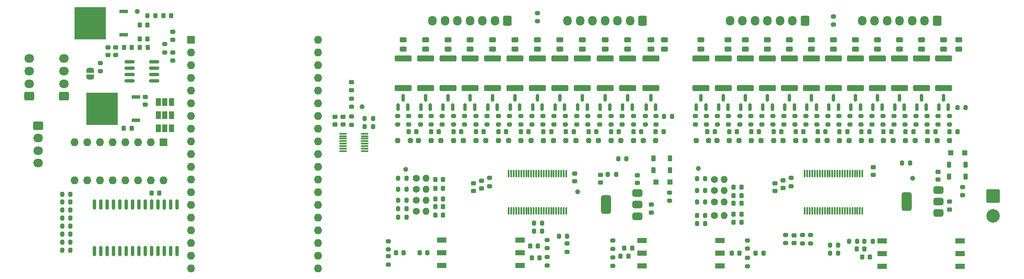
<source format=gbr>
%TF.GenerationSoftware,KiCad,Pcbnew,9.0.4*%
%TF.CreationDate,2025-10-02T14:04:05+09:00*%
%TF.ProjectId,LTC6811_ESP32_Master_V5P3,4c544336-3831-4315-9f45-535033325f4d,rev?*%
%TF.SameCoordinates,Original*%
%TF.FileFunction,Soldermask,Top*%
%TF.FilePolarity,Negative*%
%FSLAX46Y46*%
G04 Gerber Fmt 4.6, Leading zero omitted, Abs format (unit mm)*
G04 Created by KiCad (PCBNEW 9.0.4) date 2025-10-02 14:04:05*
%MOMM*%
%LPD*%
G01*
G04 APERTURE LIST*
G04 Aperture macros list*
%AMRoundRect*
0 Rectangle with rounded corners*
0 $1 Rounding radius*
0 $2 $3 $4 $5 $6 $7 $8 $9 X,Y pos of 4 corners*
0 Add a 4 corners polygon primitive as box body*
4,1,4,$2,$3,$4,$5,$6,$7,$8,$9,$2,$3,0*
0 Add four circle primitives for the rounded corners*
1,1,$1+$1,$2,$3*
1,1,$1+$1,$4,$5*
1,1,$1+$1,$6,$7*
1,1,$1+$1,$8,$9*
0 Add four rect primitives between the rounded corners*
20,1,$1+$1,$2,$3,$4,$5,0*
20,1,$1+$1,$4,$5,$6,$7,0*
20,1,$1+$1,$6,$7,$8,$9,0*
20,1,$1+$1,$8,$9,$2,$3,0*%
%AMFreePoly0*
4,1,23,0.500000,-0.750000,0.000000,-0.750000,0.000000,-0.745722,-0.065263,-0.745722,-0.191342,-0.711940,-0.304381,-0.646677,-0.396677,-0.554381,-0.461940,-0.441342,-0.495722,-0.315263,-0.495722,-0.250000,-0.500000,-0.250000,-0.500000,0.250000,-0.495722,0.250000,-0.495722,0.315263,-0.461940,0.441342,-0.396677,0.554381,-0.304381,0.646677,-0.191342,0.711940,-0.065263,0.745722,0.000000,0.745722,
0.000000,0.750000,0.500000,0.750000,0.500000,-0.750000,0.500000,-0.750000,$1*%
%AMFreePoly1*
4,1,23,0.000000,0.745722,0.065263,0.745722,0.191342,0.711940,0.304381,0.646677,0.396677,0.554381,0.461940,0.441342,0.495722,0.315263,0.495722,0.250000,0.500000,0.250000,0.500000,-0.250000,0.495722,-0.250000,0.495722,-0.315263,0.461940,-0.441342,0.396677,-0.554381,0.304381,-0.646677,0.191342,-0.711940,0.065263,-0.745722,0.000000,-0.745722,0.000000,-0.750000,-0.500000,-0.750000,
-0.500000,0.750000,0.000000,0.750000,0.000000,0.745722,0.000000,0.745722,$1*%
G04 Aperture macros list end*
%ADD10RoundRect,0.225000X0.225000X0.375000X-0.225000X0.375000X-0.225000X-0.375000X0.225000X-0.375000X0*%
%ADD11RoundRect,0.200000X-0.200000X-0.275000X0.200000X-0.275000X0.200000X0.275000X-0.200000X0.275000X0*%
%ADD12RoundRect,0.250000X0.725000X-0.600000X0.725000X0.600000X-0.725000X0.600000X-0.725000X-0.600000X0*%
%ADD13O,1.950000X1.700000*%
%ADD14R,1.600000X1.600000*%
%ADD15O,1.600000X1.600000*%
%ADD16RoundRect,0.218750X0.256250X-0.218750X0.256250X0.218750X-0.256250X0.218750X-0.256250X-0.218750X0*%
%ADD17RoundRect,0.200000X0.275000X-0.200000X0.275000X0.200000X-0.275000X0.200000X-0.275000X-0.200000X0*%
%ADD18RoundRect,0.200000X-0.275000X0.200000X-0.275000X-0.200000X0.275000X-0.200000X0.275000X0.200000X0*%
%ADD19RoundRect,0.200000X0.200000X0.275000X-0.200000X0.275000X-0.200000X-0.275000X0.200000X-0.275000X0*%
%ADD20RoundRect,0.225000X0.225000X0.250000X-0.225000X0.250000X-0.225000X-0.250000X0.225000X-0.250000X0*%
%ADD21R,1.000000X1.500000*%
%ADD22RoundRect,0.225000X-0.225000X-0.250000X0.225000X-0.250000X0.225000X0.250000X-0.225000X0.250000X0*%
%ADD23RoundRect,0.250000X0.250000X0.250000X-0.250000X0.250000X-0.250000X-0.250000X0.250000X-0.250000X0*%
%ADD24RoundRect,0.243750X-0.456250X0.243750X-0.456250X-0.243750X0.456250X-0.243750X0.456250X0.243750X0*%
%ADD25RoundRect,0.225000X0.250000X-0.225000X0.250000X0.225000X-0.250000X0.225000X-0.250000X-0.225000X0*%
%ADD26RoundRect,0.250000X-1.425000X0.362500X-1.425000X-0.362500X1.425000X-0.362500X1.425000X0.362500X0*%
%ADD27R,1.701800X0.711200*%
%ADD28R,6.223000X6.553200*%
%ADD29C,1.000000*%
%ADD30C,1.400000*%
%ADD31O,1.400000X1.400000*%
%ADD32RoundRect,0.225000X-0.250000X0.225000X-0.250000X-0.225000X0.250000X-0.225000X0.250000X0.225000X0*%
%ADD33R,1.950000X1.020000*%
%ADD34RoundRect,0.250000X0.300000X0.300000X-0.300000X0.300000X-0.300000X-0.300000X0.300000X-0.300000X0*%
%ADD35RoundRect,0.150000X0.150000X-0.587500X0.150000X0.587500X-0.150000X0.587500X-0.150000X-0.587500X0*%
%ADD36RoundRect,0.075000X-0.075000X0.662500X-0.075000X-0.662500X0.075000X-0.662500X0.075000X0.662500X0*%
%ADD37RoundRect,0.150000X0.150000X-0.875000X0.150000X0.875000X-0.150000X0.875000X-0.150000X-0.875000X0*%
%ADD38O,1.700000X1.950000*%
%ADD39RoundRect,0.250000X0.600000X0.725000X-0.600000X0.725000X-0.600000X-0.725000X0.600000X-0.725000X0*%
%ADD40RoundRect,0.218750X0.218750X0.256250X-0.218750X0.256250X-0.218750X-0.256250X0.218750X-0.256250X0*%
%ADD41RoundRect,0.250001X-1.099999X1.099999X-1.099999X-1.099999X1.099999X-1.099999X1.099999X1.099999X0*%
%ADD42C,2.700000*%
%ADD43RoundRect,0.218750X-0.256250X0.218750X-0.256250X-0.218750X0.256250X-0.218750X0.256250X0.218750X0*%
%ADD44RoundRect,0.375000X0.625000X0.375000X-0.625000X0.375000X-0.625000X-0.375000X0.625000X-0.375000X0*%
%ADD45RoundRect,0.500000X0.500000X1.400000X-0.500000X1.400000X-0.500000X-1.400000X0.500000X-1.400000X0*%
%ADD46FreePoly0,90.000000*%
%ADD47FreePoly1,90.000000*%
%ADD48RoundRect,0.150000X0.825000X0.150000X-0.825000X0.150000X-0.825000X-0.150000X0.825000X-0.150000X0*%
%ADD49RoundRect,0.075000X-0.650000X-0.075000X0.650000X-0.075000X0.650000X0.075000X-0.650000X0.075000X0*%
%ADD50RoundRect,0.250000X-0.725000X0.600000X-0.725000X-0.600000X0.725000X-0.600000X0.725000X0.600000X0*%
G04 APERTURE END LIST*
D10*
%TO.C,D7*%
X131050000Y21100000D03*
X127750000Y21100000D03*
%TD*%
%TO.C,D6*%
X131050000Y23500000D03*
X127750000Y23500000D03*
%TD*%
%TO.C,D22*%
X190150000Y19800000D03*
X186850000Y19800000D03*
%TD*%
%TO.C,D23*%
X190150000Y22200000D03*
X186850000Y22200000D03*
%TD*%
D11*
%TO.C,R144*%
X11225000Y11500000D03*
X9575000Y11500000D03*
%TD*%
%TO.C,R102*%
X11225000Y5100000D03*
X9575000Y5100000D03*
%TD*%
%TO.C,R148*%
X11225000Y13100000D03*
X9575000Y13100000D03*
%TD*%
%TO.C,R103*%
X11225000Y6700000D03*
X9575000Y6700000D03*
%TD*%
%TO.C,R105*%
X11225000Y9900000D03*
X9575000Y9900000D03*
%TD*%
%TO.C,R104*%
X11225000Y8300000D03*
X9575000Y8300000D03*
%TD*%
D12*
%TO.C,J1*%
X9900000Y35900000D03*
D13*
X9900000Y38400000D03*
X9900000Y40900000D03*
X9900000Y43400000D03*
%TD*%
D14*
%TO.C,U8*%
X35365000Y47178072D03*
D15*
X35365000Y44638072D03*
X35365000Y42098072D03*
X35365000Y39558072D03*
X35365000Y37018072D03*
X35365000Y34478072D03*
X35365000Y31938072D03*
X35365000Y29398072D03*
X35365000Y26858072D03*
X35365000Y24318072D03*
X35365000Y21778072D03*
X35365000Y19238072D03*
X35365000Y16698072D03*
X35365000Y14158072D03*
X35365000Y11618072D03*
X35365000Y9078072D03*
X35365000Y6538072D03*
X35365000Y3998072D03*
X35365000Y1458072D03*
X60765000Y1458072D03*
X60765000Y3998072D03*
X60765000Y6538072D03*
X60765000Y9078072D03*
X60765000Y11618072D03*
X60765000Y14158072D03*
X60765000Y16698072D03*
X60765000Y19238072D03*
X60765000Y21778072D03*
X60765000Y24318072D03*
X60765000Y26858072D03*
X60765000Y29398072D03*
X60765000Y31938072D03*
X60765000Y34478072D03*
X60765000Y37018072D03*
X60765000Y39558072D03*
X60765000Y42098072D03*
X60765000Y44638072D03*
X60765000Y47178072D03*
%TD*%
D16*
%TO.C,D25*%
X155900000Y6512500D03*
X155900000Y8087500D03*
%TD*%
D17*
%TO.C,R138*%
X140600000Y30275000D03*
X140600000Y31925000D03*
%TD*%
D18*
%TO.C,R91*%
X189600000Y17725000D03*
X189600000Y16075000D03*
%TD*%
D19*
%TO.C,R4*%
X78425000Y13400000D03*
X76775000Y13400000D03*
%TD*%
D20*
%TO.C,C9*%
X145380000Y16000000D03*
X143830000Y16000000D03*
%TD*%
D21*
%TO.C,JP3*%
X28800000Y34700000D03*
X30100000Y34700000D03*
X31400000Y34700000D03*
%TD*%
D22*
%TO.C,C84*%
X156200000Y28800000D03*
X157750000Y28800000D03*
%TD*%
D18*
%TO.C,R2*%
X119700000Y7000000D03*
X119700000Y5350000D03*
%TD*%
D23*
%TO.C,D14*%
X110300000Y27000000D03*
X107800000Y27000000D03*
%TD*%
D24*
%TO.C,F5*%
X113600000Y47137500D03*
X113600000Y45262500D03*
%TD*%
D25*
%TO.C,C34*%
X26200000Y34200000D03*
X26200000Y35750000D03*
%TD*%
D24*
%TO.C,F19*%
X168200000Y47137500D03*
X168200000Y45262500D03*
%TD*%
D22*
%TO.C,C62*%
X78825000Y28800000D03*
X80375000Y28800000D03*
%TD*%
%TO.C,C35*%
X25050000Y50100000D03*
X26600000Y50100000D03*
%TD*%
D11*
%TO.C,R48*%
X118675000Y20200000D03*
X120325000Y20200000D03*
%TD*%
D26*
%TO.C,R121*%
X163800000Y43462500D03*
X163800000Y37537500D03*
%TD*%
%TO.C,R88*%
X77725000Y43462500D03*
X77725000Y37537500D03*
%TD*%
D27*
%TO.C,U4*%
X21908500Y48199999D03*
D28*
X15152100Y50500000D03*
D27*
X21908500Y52800001D03*
%TD*%
D20*
%TO.C,C5*%
X85729962Y19187500D03*
X84179962Y19187500D03*
%TD*%
D29*
%TO.C,TP3*%
X112600000Y16800000D03*
%TD*%
D30*
%TO.C,TH8*%
X139995000Y14700000D03*
D31*
X141895000Y14700000D03*
%TD*%
D18*
%TO.C,R49*%
X146600000Y7050000D03*
X146600000Y5400000D03*
%TD*%
D17*
%TO.C,R123*%
X162700000Y30275000D03*
X162700000Y31925000D03*
%TD*%
D26*
%TO.C,R112*%
X177000000Y43462500D03*
X177000000Y37537500D03*
%TD*%
D29*
%TO.C,TP4*%
X78300000Y21300000D03*
%TD*%
D22*
%TO.C,C68*%
X27425000Y16500000D03*
X28975000Y16500000D03*
%TD*%
D32*
%TO.C,C37*%
X112000000Y20400000D03*
X112000000Y18850000D03*
%TD*%
D23*
%TO.C,D37*%
X138800000Y27000000D03*
X136300000Y27000000D03*
%TD*%
D17*
%TO.C,R90*%
X76675000Y30275000D03*
X76675000Y31925000D03*
%TD*%
D23*
%TO.C,D11*%
X123800000Y27000000D03*
X121300000Y27000000D03*
%TD*%
D17*
%TO.C,R63*%
X117000000Y30275000D03*
X117000000Y31925000D03*
%TD*%
D22*
%TO.C,C61*%
X83325000Y28800000D03*
X84875000Y28800000D03*
%TD*%
D26*
%TO.C,R133*%
X146150000Y43462500D03*
X146150000Y37537500D03*
%TD*%
D17*
%TO.C,R117*%
X171500000Y30275000D03*
X171500000Y31925000D03*
%TD*%
D18*
%TO.C,TH1*%
X104600000Y52525000D03*
X104600000Y50875000D03*
%TD*%
D20*
%TO.C,C10*%
X145375000Y17700000D03*
X143825000Y17700000D03*
%TD*%
%TO.C,C7*%
X145375000Y12300000D03*
X143825000Y12300000D03*
%TD*%
D33*
%TO.C,TR3*%
X141120000Y1960000D03*
X141120000Y4500000D03*
X141120000Y7040000D03*
X125480000Y7040000D03*
X125480000Y4500000D03*
X125480000Y1960000D03*
%TD*%
D17*
%TO.C,R72*%
X103500000Y30275000D03*
X103500000Y31925000D03*
%TD*%
D34*
%TO.C,D8*%
X131075000Y18700000D03*
X128275000Y18700000D03*
%TD*%
D35*
%TO.C,Q24*%
X145200000Y33662500D03*
X147100000Y33662500D03*
X146150000Y35537500D03*
%TD*%
D19*
%TO.C,R98*%
X164725000Y4500000D03*
X163075000Y4500000D03*
%TD*%
D22*
%TO.C,C24*%
X121225000Y3900000D03*
X122775000Y3900000D03*
%TD*%
%TO.C,C29*%
X81025000Y4600000D03*
X82575000Y4600000D03*
%TD*%
D26*
%TO.C,R118*%
X168200000Y43462500D03*
X168200000Y37537500D03*
%TD*%
D35*
%TO.C,Q8*%
X99150000Y33662500D03*
X101050000Y33662500D03*
X100100000Y35537500D03*
%TD*%
D14*
%TO.C,SW1*%
X29800000Y26667500D03*
D15*
X27260000Y26667500D03*
X24720000Y26667500D03*
X22180000Y26667500D03*
X19640000Y26667500D03*
X17100000Y26667500D03*
X14560000Y26667500D03*
X12020000Y26667500D03*
X12020000Y19047500D03*
X14560000Y19047500D03*
X17100000Y19047500D03*
X19640000Y19047500D03*
X22180000Y19047500D03*
X24720000Y19047500D03*
X27260000Y19047500D03*
X29800000Y19047500D03*
%TD*%
D17*
%TO.C,R45*%
X95000000Y17875000D03*
X95000000Y19525000D03*
%TD*%
D20*
%TO.C,C2*%
X85729962Y13800000D03*
X84179962Y13800000D03*
%TD*%
D23*
%TO.C,D36*%
X142950000Y27000000D03*
X140450000Y27000000D03*
%TD*%
D17*
%TO.C,R128*%
X156100000Y30275000D03*
X156100000Y31925000D03*
%TD*%
%TO.C,R69*%
X107900000Y30275000D03*
X107900000Y31925000D03*
%TD*%
D35*
%TO.C,Q3*%
X121650000Y33662500D03*
X123550000Y33662500D03*
X122600000Y35537500D03*
%TD*%
D18*
%TO.C,R40*%
X131000000Y16625000D03*
X131000000Y14975000D03*
%TD*%
D29*
%TO.C,TP2*%
X69500000Y33800000D03*
%TD*%
D17*
%TO.C,R57*%
X126200000Y30275000D03*
X126200000Y31925000D03*
%TD*%
D19*
%TO.C,R11*%
X138125000Y17000000D03*
X136475000Y17000000D03*
%TD*%
D26*
%TO.C,R64*%
X113600000Y43462500D03*
X113600000Y37537500D03*
%TD*%
D17*
%TO.C,R94*%
X157600000Y6462500D03*
X157600000Y8112500D03*
%TD*%
D18*
%TO.C,R32*%
X106500000Y7125000D03*
X106500000Y5475000D03*
%TD*%
D17*
%TO.C,R89*%
X78825000Y30275000D03*
X78825000Y31925000D03*
%TD*%
D22*
%TO.C,C86*%
X147350000Y28800000D03*
X148900000Y28800000D03*
%TD*%
D11*
%TO.C,R151*%
X9575000Y16300000D03*
X11225000Y16300000D03*
%TD*%
D20*
%TO.C,C50*%
X105000000Y3600000D03*
X103450000Y3600000D03*
%TD*%
D32*
%TO.C,C31*%
X64150000Y31775000D03*
X64150000Y30225000D03*
%TD*%
D26*
%TO.C,R67*%
X109100000Y43462500D03*
X109100000Y37537500D03*
%TD*%
D35*
%TO.C,Q5*%
X112650000Y33662500D03*
X114550000Y33662500D03*
X113600000Y35537500D03*
%TD*%
D24*
%TO.C,F23*%
X150600000Y47137500D03*
X150600000Y45262500D03*
%TD*%
D22*
%TO.C,C70*%
X148225000Y4500000D03*
X149775000Y4500000D03*
%TD*%
D35*
%TO.C,Q11*%
X85750000Y33662500D03*
X87650000Y33662500D03*
X86700000Y35537500D03*
%TD*%
D19*
%TO.C,R10*%
X138125000Y14700000D03*
X136475000Y14700000D03*
%TD*%
D22*
%TO.C,C69*%
X103125000Y5900000D03*
X104675000Y5900000D03*
%TD*%
D35*
%TO.C,Q25*%
X140800000Y33662500D03*
X142700000Y33662500D03*
X141750000Y35537500D03*
%TD*%
D24*
%TO.C,F15*%
X185800000Y47137500D03*
X185800000Y45262500D03*
%TD*%
D19*
%TO.C,R9*%
X138125000Y12000000D03*
X136475000Y12000000D03*
%TD*%
D30*
%TO.C,TH3*%
X80395000Y15100000D03*
D31*
X82295000Y15100000D03*
%TD*%
D22*
%TO.C,C82*%
X165000000Y28800000D03*
X166550000Y28800000D03*
%TD*%
%TO.C,C55*%
X110300000Y28800000D03*
X111850000Y28800000D03*
%TD*%
D19*
%TO.C,R7*%
X78425000Y19500000D03*
X76775000Y19500000D03*
%TD*%
D24*
%TO.C,F2*%
X127300000Y47137500D03*
X127300000Y45262500D03*
%TD*%
D35*
%TO.C,Q19*%
X167250000Y33662500D03*
X169150000Y33662500D03*
X168200000Y35537500D03*
%TD*%
D17*
%TO.C,R74*%
X101300000Y30275000D03*
X101300000Y31925000D03*
%TD*%
D35*
%TO.C,Q2*%
X126350000Y33662500D03*
X128250000Y33662500D03*
X127300000Y35537500D03*
%TD*%
D22*
%TO.C,C56*%
X105800000Y28800000D03*
X107350000Y28800000D03*
%TD*%
D36*
%TO.C,U11*%
X110350000Y20412500D03*
X109850000Y20412500D03*
X109350000Y20412500D03*
X108850000Y20412500D03*
X108350000Y20412500D03*
X107850000Y20412500D03*
X107350000Y20412500D03*
X106850000Y20412500D03*
X106350000Y20412500D03*
X105850000Y20412500D03*
X105350000Y20412500D03*
X104850000Y20412500D03*
X104350000Y20412500D03*
X103850000Y20412500D03*
X103350000Y20412500D03*
X102850000Y20412500D03*
X102350000Y20412500D03*
X101850000Y20412500D03*
X101350000Y20412500D03*
X100850000Y20412500D03*
X100350000Y20412500D03*
X99850000Y20412500D03*
X99350000Y20412500D03*
X98850000Y20412500D03*
X98850000Y12987500D03*
X99350000Y12987500D03*
X99850000Y12987500D03*
X100350000Y12987500D03*
X100850000Y12987500D03*
X101350000Y12987500D03*
X101850000Y12987500D03*
X102350000Y12987500D03*
X102850000Y12987500D03*
X103350000Y12987500D03*
X103850000Y12987500D03*
X104350000Y12987500D03*
X104850000Y12987500D03*
X105350000Y12987500D03*
X105850000Y12987500D03*
X106350000Y12987500D03*
X106850000Y12987500D03*
X107350000Y12987500D03*
X107850000Y12987500D03*
X108350000Y12987500D03*
X108850000Y12987500D03*
X109350000Y12987500D03*
X109850000Y12987500D03*
X110350000Y12987500D03*
%TD*%
D25*
%TO.C,C40*%
X124600000Y18525000D03*
X124600000Y20075000D03*
%TD*%
D22*
%TO.C,C59*%
X92300000Y28800000D03*
X93850000Y28800000D03*
%TD*%
D17*
%TO.C,R110*%
X182500000Y30275000D03*
X182500000Y31925000D03*
%TD*%
D24*
%TO.C,F14*%
X188800000Y47137500D03*
X188800000Y45262500D03*
%TD*%
%TO.C,F8*%
X100100000Y47137500D03*
X100100000Y45262500D03*
%TD*%
%TO.C,F7*%
X104600000Y47137500D03*
X104600000Y45262500D03*
%TD*%
D17*
%TO.C,R99*%
X154200000Y6487500D03*
X154200000Y8137500D03*
%TD*%
D22*
%TO.C,C83*%
X160600000Y28800000D03*
X162150000Y28800000D03*
%TD*%
D23*
%TO.C,D27*%
X182600000Y27000000D03*
X180100000Y27000000D03*
%TD*%
D35*
%TO.C,Q9*%
X94650000Y33662500D03*
X96550000Y33662500D03*
X95600000Y35537500D03*
%TD*%
%TO.C,Q20*%
X162850000Y33662500D03*
X164750000Y33662500D03*
X163800000Y35537500D03*
%TD*%
D23*
%TO.C,D32*%
X160600000Y27000000D03*
X158100000Y27000000D03*
%TD*%
D22*
%TO.C,C60*%
X87800000Y28800000D03*
X89350000Y28800000D03*
%TD*%
D26*
%TO.C,R136*%
X141750000Y43462500D03*
X141750000Y37537500D03*
%TD*%
D23*
%TO.C,D26*%
X187000000Y27000000D03*
X184500000Y27000000D03*
%TD*%
D11*
%TO.C,R154*%
X169975000Y6900000D03*
X171625000Y6900000D03*
%TD*%
D17*
%TO.C,R83*%
X87800000Y30275000D03*
X87800000Y31925000D03*
%TD*%
D25*
%TO.C,C65*%
X153700000Y17525000D03*
X153700000Y19075000D03*
%TD*%
D35*
%TO.C,Q12*%
X81275000Y33662500D03*
X83175000Y33662500D03*
X82225000Y35537500D03*
%TD*%
D23*
%TO.C,D13*%
X114800000Y27000000D03*
X112300000Y27000000D03*
%TD*%
D19*
%TO.C,R44*%
X105525000Y10500000D03*
X103875000Y10500000D03*
%TD*%
D30*
%TO.C,TH9*%
X139995000Y17000000D03*
D31*
X141895000Y17000000D03*
%TD*%
D22*
%TO.C,C88*%
X138500000Y28800000D03*
X140050000Y28800000D03*
%TD*%
D25*
%TO.C,C42*%
X184700000Y19200000D03*
X184700000Y20750000D03*
%TD*%
D23*
%TO.C,D15*%
X105800000Y27000000D03*
X103300000Y27000000D03*
%TD*%
D30*
%TO.C,TH7*%
X139995000Y12000000D03*
D31*
X141895000Y12000000D03*
%TD*%
D22*
%TO.C,C57*%
X101300000Y28800000D03*
X102850000Y28800000D03*
%TD*%
D17*
%TO.C,R122*%
X164900000Y30275000D03*
X164900000Y31925000D03*
%TD*%
D26*
%TO.C,R109*%
X181400000Y43462500D03*
X181400000Y37537500D03*
%TD*%
D19*
%TO.C,FB1*%
X131525000Y31800000D03*
X129875000Y31800000D03*
%TD*%
D18*
%TO.C,R153*%
X17200000Y42525000D03*
X17200000Y40875000D03*
%TD*%
D29*
%TO.C,TP1*%
X24600000Y52800000D03*
%TD*%
D19*
%TO.C,R92*%
X179125000Y22500000D03*
X177475000Y22500000D03*
%TD*%
D17*
%TO.C,R80*%
X92300000Y30275000D03*
X92300000Y31925000D03*
%TD*%
%TO.C,R56*%
X128300000Y30275000D03*
X128300000Y31925000D03*
%TD*%
D26*
%TO.C,R58*%
X122600000Y43462500D03*
X122600000Y37537500D03*
%TD*%
D22*
%TO.C,C52*%
X123800000Y28800000D03*
X125350000Y28800000D03*
%TD*%
D17*
%TO.C,R132*%
X149500000Y30275000D03*
X149500000Y31925000D03*
%TD*%
D25*
%TO.C,C39*%
X93400000Y17425000D03*
X93400000Y18975000D03*
%TD*%
D17*
%TO.C,R137*%
X142800000Y30275000D03*
X142800000Y31925000D03*
%TD*%
D22*
%TO.C,C33*%
X21925000Y45600000D03*
X23475000Y45600000D03*
%TD*%
D37*
%TO.C,U1*%
X16045000Y4900000D03*
X17315000Y4900000D03*
X18585000Y4900000D03*
X19855000Y4900000D03*
X21125000Y4900000D03*
X22395000Y4900000D03*
X23665000Y4900000D03*
X24935000Y4900000D03*
X26205000Y4900000D03*
X27475000Y4900000D03*
X28745000Y4900000D03*
X30015000Y4900000D03*
X31285000Y4900000D03*
X32555000Y4900000D03*
X32555000Y14200000D03*
X31285000Y14200000D03*
X30015000Y14200000D03*
X28745000Y14200000D03*
X27475000Y14200000D03*
X26205000Y14200000D03*
X24935000Y14200000D03*
X23665000Y14200000D03*
X22395000Y14200000D03*
X21125000Y14200000D03*
X19855000Y14200000D03*
X18585000Y14200000D03*
X17315000Y14200000D03*
X16045000Y14200000D03*
%TD*%
D32*
%TO.C,C41*%
X127350000Y14200000D03*
X127350000Y12650000D03*
%TD*%
D22*
%TO.C,C51*%
X128250000Y28800000D03*
X129800000Y28800000D03*
%TD*%
D17*
%TO.C,R126*%
X158300000Y30275000D03*
X158300000Y31925000D03*
%TD*%
D24*
%TO.C,F21*%
X159400000Y47137500D03*
X159400000Y45262500D03*
%TD*%
D11*
%TO.C,R47*%
X163075000Y6100000D03*
X164725000Y6100000D03*
%TD*%
D35*
%TO.C,Q17*%
X176050000Y33662500D03*
X177950000Y33662500D03*
X177000000Y35537500D03*
%TD*%
D22*
%TO.C,C80*%
X173800000Y28800000D03*
X175350000Y28800000D03*
%TD*%
D18*
%TO.C,R36*%
X74800000Y3900000D03*
X74800000Y2250000D03*
%TD*%
D24*
%TO.C,F6*%
X109100000Y47137500D03*
X109100000Y45262500D03*
%TD*%
D17*
%TO.C,R65*%
X114700000Y30275000D03*
X114700000Y31925000D03*
%TD*%
D35*
%TO.C,Q18*%
X171650000Y33662500D03*
X173550000Y33662500D03*
X172600000Y35537500D03*
%TD*%
D17*
%TO.C,R59*%
X123800000Y30275000D03*
X123800000Y31925000D03*
%TD*%
D11*
%TO.C,R155*%
X166875000Y6900000D03*
X168525000Y6900000D03*
%TD*%
D21*
%TO.C,JP1*%
X28800000Y29500000D03*
X30100000Y29500000D03*
X31400000Y29500000D03*
%TD*%
D11*
%TO.C,R42*%
X108875000Y7900000D03*
X110525000Y7900000D03*
%TD*%
D24*
%TO.C,F25*%
X142700000Y47137500D03*
X142700000Y45262500D03*
%TD*%
%TO.C,F1*%
X130000000Y47137500D03*
X130000000Y45262500D03*
%TD*%
D20*
%TO.C,C26*%
X123525000Y5500000D03*
X121975000Y5500000D03*
%TD*%
D35*
%TO.C,Q26*%
X136350000Y33662500D03*
X138250000Y33662500D03*
X137300000Y35537500D03*
%TD*%
D19*
%TO.C,R27*%
X28250000Y52000000D03*
X26600000Y52000000D03*
%TD*%
D32*
%TO.C,C67*%
X187000000Y14800000D03*
X187000000Y13250000D03*
%TD*%
D22*
%TO.C,C85*%
X151800000Y28800000D03*
X153350000Y28800000D03*
%TD*%
D38*
%TO.C,J11*%
X83600000Y51000000D03*
X86100000Y51000000D03*
X88600000Y51000000D03*
X91100000Y51000000D03*
X93600000Y51000000D03*
X96100000Y51000000D03*
D39*
X98600000Y51000000D03*
%TD*%
D22*
%TO.C,C20*%
X21900000Y29500000D03*
X23450000Y29500000D03*
%TD*%
D30*
%TO.C,TH5*%
X80395000Y19500000D03*
D31*
X82295000Y19500000D03*
%TD*%
D26*
%TO.C,R82*%
X86700000Y43462500D03*
X86700000Y37537500D03*
%TD*%
D17*
%TO.C,R87*%
X81200000Y30275000D03*
X81200000Y31925000D03*
%TD*%
D29*
%TO.C,TP5*%
X179600000Y19500000D03*
%TD*%
D40*
%TO.C,D1*%
X31387500Y52000000D03*
X29812500Y52000000D03*
%TD*%
D17*
%TO.C,R131*%
X151700000Y30275000D03*
X151700000Y31925000D03*
%TD*%
%TO.C,R66*%
X112500000Y30275000D03*
X112500000Y31925000D03*
%TD*%
%TO.C,R129*%
X153900000Y30275000D03*
X153900000Y31925000D03*
%TD*%
D35*
%TO.C,Q7*%
X103650000Y33662500D03*
X105550000Y33662500D03*
X104600000Y35537500D03*
%TD*%
D17*
%TO.C,R140*%
X138400000Y30275000D03*
X138400000Y31925000D03*
%TD*%
D25*
%TO.C,C32*%
X65700000Y30225000D03*
X65700000Y31775000D03*
%TD*%
D23*
%TO.C,D29*%
X173800000Y27000000D03*
X171300000Y27000000D03*
%TD*%
D35*
%TO.C,Q4*%
X117150000Y33662500D03*
X119050000Y33662500D03*
X118100000Y35537500D03*
%TD*%
D18*
%TO.C,R46*%
X146600000Y3550000D03*
X146600000Y1900000D03*
%TD*%
D35*
%TO.C,Q23*%
X149650000Y33662500D03*
X151550000Y33662500D03*
X150600000Y35537500D03*
%TD*%
D20*
%TO.C,C8*%
X145375000Y14500000D03*
X143825000Y14500000D03*
%TD*%
D35*
%TO.C,Q10*%
X90150000Y33662500D03*
X92050000Y33662500D03*
X91100000Y35537500D03*
%TD*%
D20*
%TO.C,C74*%
X171075000Y3700000D03*
X169525000Y3700000D03*
%TD*%
D24*
%TO.C,F9*%
X95600000Y47137500D03*
X95600000Y45262500D03*
%TD*%
D17*
%TO.C,R134*%
X147300000Y30275000D03*
X147300000Y31925000D03*
%TD*%
D27*
%TO.C,U3*%
X24308500Y31099999D03*
D28*
X17552100Y33400000D03*
D27*
X24308500Y35700001D03*
%TD*%
D20*
%TO.C,C6*%
X145375000Y10700000D03*
X143825000Y10700000D03*
%TD*%
D26*
%TO.C,R73*%
X100100000Y43462500D03*
X100100000Y37537500D03*
%TD*%
%TO.C,R124*%
X159400000Y43462500D03*
X159400000Y37537500D03*
%TD*%
D41*
%TO.C,J6*%
X195700000Y15900000D03*
D42*
X195700000Y11940000D03*
%TD*%
D20*
%TO.C,C21*%
X26675000Y45600000D03*
X25125000Y45600000D03*
%TD*%
D23*
%TO.C,D30*%
X169400000Y27000000D03*
X166900000Y27000000D03*
%TD*%
D43*
%TO.C,D9*%
X117200000Y20187500D03*
X117200000Y18612500D03*
%TD*%
D18*
%TO.C,R37*%
X74800000Y6900000D03*
X74800000Y5250000D03*
%TD*%
D17*
%TO.C,R96*%
X155300000Y17875000D03*
X155300000Y19525000D03*
%TD*%
%TO.C,R95*%
X159200000Y6462500D03*
X159200000Y8112500D03*
%TD*%
D18*
%TO.C,R39*%
X67400000Y31825000D03*
X67400000Y30175000D03*
%TD*%
D24*
%TO.C,F16*%
X181400000Y47137500D03*
X181400000Y45262500D03*
%TD*%
D17*
%TO.C,R81*%
X90000000Y30275000D03*
X90000000Y31925000D03*
%TD*%
D44*
%TO.C,Q1*%
X124600000Y11900000D03*
X124600000Y14200000D03*
X124600000Y16500000D03*
D45*
X118300000Y14200000D03*
%TD*%
D29*
%TO.C,TP6*%
X136800000Y21400000D03*
%TD*%
D19*
%TO.C,R6*%
X78425000Y17300000D03*
X76775000Y17300000D03*
%TD*%
D43*
%TO.C,D4*%
X67400000Y38675000D03*
X67400000Y37100000D03*
%TD*%
D17*
%TO.C,R114*%
X175900000Y30275000D03*
X175900000Y31925000D03*
%TD*%
%TO.C,R113*%
X178100000Y30275000D03*
X178100000Y31925000D03*
%TD*%
D32*
%TO.C,C63*%
X171700000Y21675000D03*
X171700000Y20125000D03*
%TD*%
D11*
%TO.C,R35*%
X70075000Y31437500D03*
X71725000Y31437500D03*
%TD*%
D17*
%TO.C,R60*%
X121500000Y30275000D03*
X121500000Y31925000D03*
%TD*%
D18*
%TO.C,TH6*%
X163800000Y51825000D03*
X163800000Y50175000D03*
%TD*%
D46*
%TO.C,JP4*%
X15200000Y39750000D03*
D47*
X15200000Y41050000D03*
%TD*%
D20*
%TO.C,C30*%
X77875000Y4600000D03*
X76325000Y4600000D03*
%TD*%
D24*
%TO.C,F12*%
X82225000Y47137500D03*
X82225000Y45262500D03*
%TD*%
D23*
%TO.C,D19*%
X87800000Y27000000D03*
X85300000Y27000000D03*
%TD*%
D33*
%TO.C,TR7*%
X189120000Y1860000D03*
X189120000Y4400000D03*
X189120000Y6940000D03*
X173480000Y6940000D03*
X173480000Y4400000D03*
X173480000Y1860000D03*
%TD*%
D26*
%TO.C,R61*%
X118100000Y43462500D03*
X118100000Y37537500D03*
%TD*%
D32*
%TO.C,C27*%
X31700000Y48750000D03*
X31700000Y47200000D03*
%TD*%
D18*
%TO.C,R97*%
X110500000Y6425000D03*
X110500000Y4775000D03*
%TD*%
D22*
%TO.C,C53*%
X119300000Y28800000D03*
X120850000Y28800000D03*
%TD*%
D23*
%TO.C,D17*%
X96800000Y27000000D03*
X94300000Y27000000D03*
%TD*%
D17*
%TO.C,R75*%
X99000000Y30275000D03*
X99000000Y31925000D03*
%TD*%
D24*
%TO.C,F4*%
X118100000Y47137500D03*
X118100000Y45262500D03*
%TD*%
D23*
%TO.C,D16*%
X101300000Y27000000D03*
X98800000Y27000000D03*
%TD*%
D38*
%TO.C,J10*%
X110600000Y51000000D03*
X113100000Y51000000D03*
X115600000Y51000000D03*
X118100000Y51000000D03*
X120600000Y51000000D03*
X123100000Y51000000D03*
D39*
X125600000Y51000000D03*
%TD*%
D17*
%TO.C,R135*%
X145050000Y30275000D03*
X145050000Y31925000D03*
%TD*%
D34*
%TO.C,D24*%
X190050000Y24600000D03*
X187250000Y24600000D03*
%TD*%
D17*
%TO.C,R78*%
X94500000Y30275000D03*
X94500000Y31925000D03*
%TD*%
D18*
%TO.C,R29*%
X106500000Y3725000D03*
X106500000Y2075000D03*
%TD*%
D24*
%TO.C,F22*%
X155000000Y47137500D03*
X155000000Y45262500D03*
%TD*%
%TO.C,F3*%
X122600000Y47137500D03*
X122600000Y45262500D03*
%TD*%
D17*
%TO.C,R77*%
X96800000Y30275000D03*
X96800000Y31925000D03*
%TD*%
%TO.C,R62*%
X119300000Y30275000D03*
X119300000Y31925000D03*
%TD*%
D36*
%TO.C,U12*%
X169550000Y20412500D03*
X169050000Y20412500D03*
X168550000Y20412500D03*
X168050000Y20412500D03*
X167550000Y20412500D03*
X167050000Y20412500D03*
X166550000Y20412500D03*
X166050000Y20412500D03*
X165550000Y20412500D03*
X165050000Y20412500D03*
X164550000Y20412500D03*
X164050000Y20412500D03*
X163550000Y20412500D03*
X163050000Y20412500D03*
X162550000Y20412500D03*
X162050000Y20412500D03*
X161550000Y20412500D03*
X161050000Y20412500D03*
X160550000Y20412500D03*
X160050000Y20412500D03*
X159550000Y20412500D03*
X159050000Y20412500D03*
X158550000Y20412500D03*
X158050000Y20412500D03*
X158050000Y12987500D03*
X158550000Y12987500D03*
X159050000Y12987500D03*
X159550000Y12987500D03*
X160050000Y12987500D03*
X160550000Y12987500D03*
X161050000Y12987500D03*
X161550000Y12987500D03*
X162050000Y12987500D03*
X162550000Y12987500D03*
X163050000Y12987500D03*
X163550000Y12987500D03*
X164050000Y12987500D03*
X164550000Y12987500D03*
X165050000Y12987500D03*
X165550000Y12987500D03*
X166050000Y12987500D03*
X166550000Y12987500D03*
X167050000Y12987500D03*
X167550000Y12987500D03*
X168050000Y12987500D03*
X168550000Y12987500D03*
X169050000Y12987500D03*
X169550000Y12987500D03*
%TD*%
D35*
%TO.C,Q13*%
X76775000Y33662500D03*
X78675000Y33662500D03*
X77725000Y35537500D03*
%TD*%
D18*
%TO.C,R1*%
X119700000Y3625000D03*
X119700000Y1975000D03*
%TD*%
D35*
%TO.C,Q22*%
X154050000Y33662500D03*
X155950000Y33662500D03*
X155000000Y35537500D03*
%TD*%
D17*
%TO.C,R107*%
X187000000Y30275000D03*
X187000000Y31925000D03*
%TD*%
%TO.C,R84*%
X85500000Y30275000D03*
X85500000Y31925000D03*
%TD*%
D23*
%TO.C,D33*%
X156200000Y27000000D03*
X153700000Y27000000D03*
%TD*%
D17*
%TO.C,R108*%
X184700000Y30275000D03*
X184700000Y31925000D03*
%TD*%
D25*
%TO.C,C64*%
X152100000Y16925000D03*
X152100000Y18475000D03*
%TD*%
%TO.C,C48*%
X20300000Y44125000D03*
X20300000Y45675000D03*
%TD*%
D26*
%TO.C,R130*%
X150600000Y43462500D03*
X150600000Y37537500D03*
%TD*%
D24*
%TO.C,F11*%
X86700000Y47137500D03*
X86700000Y45262500D03*
%TD*%
D22*
%TO.C,C45*%
X143425000Y4500000D03*
X144975000Y4500000D03*
%TD*%
D26*
%TO.C,R115*%
X172600000Y43462500D03*
X172600000Y37537500D03*
%TD*%
D20*
%TO.C,C3*%
X85729962Y15300000D03*
X84179962Y15300000D03*
%TD*%
D23*
%TO.C,D18*%
X92300000Y27000000D03*
X89800000Y27000000D03*
%TD*%
D18*
%TO.C,R33*%
X67400000Y35412500D03*
X67400000Y33762500D03*
%TD*%
D17*
%TO.C,R141*%
X136200000Y30275000D03*
X136200000Y31925000D03*
%TD*%
D19*
%TO.C,R41*%
X122400000Y23400000D03*
X120750000Y23400000D03*
%TD*%
D35*
%TO.C,Q15*%
X184850000Y33662500D03*
X186750000Y33662500D03*
X185800000Y35537500D03*
%TD*%
D24*
%TO.C,F13*%
X77725000Y47137500D03*
X77725000Y45262500D03*
%TD*%
D30*
%TO.C,TH4*%
X80395000Y17300000D03*
D31*
X82295000Y17300000D03*
%TD*%
D19*
%TO.C,FB2*%
X190200000Y33650000D03*
X188550000Y33650000D03*
%TD*%
D26*
%TO.C,R139*%
X137300000Y43462500D03*
X137300000Y37537500D03*
%TD*%
D38*
%TO.C,J13*%
X143100000Y51000000D03*
X145600000Y51000000D03*
X148100000Y51000000D03*
X150600000Y51000000D03*
X153100000Y51000000D03*
X155600000Y51000000D03*
D39*
X158100000Y51000000D03*
%TD*%
D23*
%TO.C,D10*%
X128225000Y27000000D03*
X125725000Y27000000D03*
%TD*%
D24*
%TO.C,F26*%
X137300000Y47137500D03*
X137300000Y45262500D03*
%TD*%
D22*
%TO.C,C58*%
X96800000Y28800000D03*
X98350000Y28800000D03*
%TD*%
D48*
%TO.C,U2*%
X27975000Y38995000D03*
X27975000Y40265000D03*
X27975000Y41535000D03*
X27975000Y42805000D03*
X23025000Y42805000D03*
X23025000Y41535000D03*
X23025000Y40265000D03*
X23025000Y38995000D03*
%TD*%
D49*
%TO.C,U9*%
X65725000Y28400000D03*
X65725000Y27900000D03*
X65725000Y27400000D03*
X65725000Y26900000D03*
X65725000Y26400000D03*
X65725000Y25900000D03*
X65725000Y25400000D03*
X65725000Y24900000D03*
X70025000Y24900000D03*
X70025000Y25400000D03*
X70025000Y25900000D03*
X70025000Y26400000D03*
X70025000Y26900000D03*
X70025000Y27400000D03*
X70025000Y27900000D03*
X70025000Y28400000D03*
%TD*%
D26*
%TO.C,R55*%
X127300000Y43462500D03*
X127300000Y37537500D03*
%TD*%
%TO.C,R70*%
X104600000Y43462500D03*
X104600000Y37537500D03*
%TD*%
D23*
%TO.C,D20*%
X83325000Y27000000D03*
X80825000Y27000000D03*
%TD*%
D17*
%TO.C,R68*%
X110200000Y30275000D03*
X110200000Y31925000D03*
%TD*%
D35*
%TO.C,Q16*%
X180450000Y33662500D03*
X182350000Y33662500D03*
X181400000Y35537500D03*
%TD*%
D11*
%TO.C,R149*%
X9575000Y14700000D03*
X11225000Y14700000D03*
%TD*%
D17*
%TO.C,R125*%
X160500000Y30275000D03*
X160500000Y31925000D03*
%TD*%
D24*
%TO.C,F20*%
X163800000Y47137500D03*
X163800000Y45262500D03*
%TD*%
D22*
%TO.C,C73*%
X168400000Y5300000D03*
X169950000Y5300000D03*
%TD*%
D19*
%TO.C,R5*%
X78425000Y15100000D03*
X76775000Y15100000D03*
%TD*%
D22*
%TO.C,C54*%
X114800000Y28800000D03*
X116350000Y28800000D03*
%TD*%
%TO.C,C77*%
X187000000Y28800000D03*
X188550000Y28800000D03*
%TD*%
D26*
%TO.C,R85*%
X82225000Y43462500D03*
X82225000Y37537500D03*
%TD*%
D23*
%TO.C,D34*%
X151800000Y27000000D03*
X149300000Y27000000D03*
%TD*%
D17*
%TO.C,R111*%
X180300000Y30275000D03*
X180300000Y31925000D03*
%TD*%
D23*
%TO.C,D21*%
X79150000Y27000000D03*
X76650000Y27000000D03*
%TD*%
D44*
%TO.C,Q14*%
X184750000Y12500000D03*
X184750000Y14800000D03*
X184750000Y17100000D03*
D45*
X178450000Y14800000D03*
%TD*%
D26*
%TO.C,R106*%
X185800000Y43462500D03*
X185800000Y37537500D03*
%TD*%
D22*
%TO.C,C87*%
X142950000Y28800000D03*
X144500000Y28800000D03*
%TD*%
D24*
%TO.C,F24*%
X146150000Y47137500D03*
X146150000Y45262500D03*
%TD*%
D50*
%TO.C,J23*%
X4800000Y30000000D03*
D13*
X4800000Y27500000D03*
X4800000Y25000000D03*
X4800000Y22500000D03*
%TD*%
D21*
%TO.C,JP2*%
X28800000Y32100000D03*
X30100000Y32100000D03*
X31400000Y32100000D03*
%TD*%
D11*
%TO.C,R3*%
X76775000Y11700000D03*
X78425000Y11700000D03*
%TD*%
D38*
%TO.C,J12*%
X169500000Y51000000D03*
X172000000Y51000000D03*
X174500000Y51000000D03*
X177000000Y51000000D03*
X179500000Y51000000D03*
X182000000Y51000000D03*
D39*
X184500000Y51000000D03*
%TD*%
D11*
%TO.C,R8*%
X136475000Y10400000D03*
X138125000Y10400000D03*
%TD*%
D17*
%TO.C,R119*%
X169300000Y30275000D03*
X169300000Y31925000D03*
%TD*%
D19*
%TO.C,R38*%
X71725000Y29850000D03*
X70075000Y29850000D03*
%TD*%
D23*
%TO.C,D31*%
X165000000Y27000000D03*
X162500000Y27000000D03*
%TD*%
%TO.C,D12*%
X119300000Y27000000D03*
X116800000Y27000000D03*
%TD*%
D19*
%TO.C,R43*%
X105525000Y8900000D03*
X103875000Y8900000D03*
%TD*%
D20*
%TO.C,C1*%
X85729962Y12100000D03*
X84179962Y12100000D03*
%TD*%
D17*
%TO.C,R116*%
X173700000Y30275000D03*
X173700000Y31925000D03*
%TD*%
D30*
%TO.C,TH10*%
X139995000Y19200000D03*
D31*
X141895000Y19200000D03*
%TD*%
D17*
%TO.C,R120*%
X167100000Y30275000D03*
X167100000Y31925000D03*
%TD*%
D35*
%TO.C,Q6*%
X108150000Y33662500D03*
X110050000Y33662500D03*
X109100000Y35537500D03*
%TD*%
D24*
%TO.C,F17*%
X177000000Y47137500D03*
X177000000Y45262500D03*
%TD*%
D17*
%TO.C,R86*%
X83325000Y30275000D03*
X83325000Y31925000D03*
%TD*%
D18*
%TO.C,R34*%
X30100000Y46300000D03*
X30100000Y44650000D03*
%TD*%
D20*
%TO.C,C47*%
X26650000Y47300000D03*
X25100000Y47300000D03*
%TD*%
D19*
%TO.C,R12*%
X138130000Y19400000D03*
X136480000Y19400000D03*
%TD*%
D35*
%TO.C,Q21*%
X158450000Y33662500D03*
X160350000Y33662500D03*
X159400000Y35537500D03*
%TD*%
D17*
%TO.C,R71*%
X105700000Y30275000D03*
X105700000Y31925000D03*
%TD*%
D25*
%TO.C,C38*%
X91800000Y16925000D03*
X91800000Y18475000D03*
%TD*%
D33*
%TO.C,TR1*%
X101100000Y2060000D03*
X101100000Y4600000D03*
X101100000Y7140000D03*
X85460000Y7140000D03*
X85460000Y4600000D03*
X85460000Y2060000D03*
%TD*%
D26*
%TO.C,R76*%
X95600000Y43462500D03*
X95600000Y37537500D03*
%TD*%
%TO.C,R127*%
X155000000Y43462500D03*
X155000000Y37537500D03*
%TD*%
D23*
%TO.C,D28*%
X178200000Y27000000D03*
X175700000Y27000000D03*
%TD*%
D12*
%TO.C,J5*%
X3000000Y35900000D03*
D13*
X3000000Y38400000D03*
X3000000Y40900000D03*
X3000000Y43400000D03*
%TD*%
D20*
%TO.C,C4*%
X85729962Y17487500D03*
X84179962Y17487500D03*
%TD*%
D25*
%TO.C,C49*%
X18700000Y44125000D03*
X18700000Y45675000D03*
%TD*%
D26*
%TO.C,R79*%
X91100000Y43462500D03*
X91100000Y37537500D03*
%TD*%
D25*
%TO.C,C28*%
X31700000Y43050000D03*
X31700000Y44600000D03*
%TD*%
D22*
%TO.C,C79*%
X178200000Y28800000D03*
X179750000Y28800000D03*
%TD*%
D30*
%TO.C,TH2*%
X80395000Y12900000D03*
D31*
X82295000Y12900000D03*
%TD*%
D24*
%TO.C,F18*%
X172600000Y47137500D03*
X172600000Y45262500D03*
%TD*%
D22*
%TO.C,C78*%
X182600000Y28800000D03*
X184150000Y28800000D03*
%TD*%
%TO.C,C81*%
X169400000Y28800000D03*
X170950000Y28800000D03*
%TD*%
D23*
%TO.C,D35*%
X147350000Y27000000D03*
X144850000Y27000000D03*
%TD*%
D24*
%TO.C,F10*%
X91100000Y47137500D03*
X91100000Y45262500D03*
%TD*%
M02*

</source>
